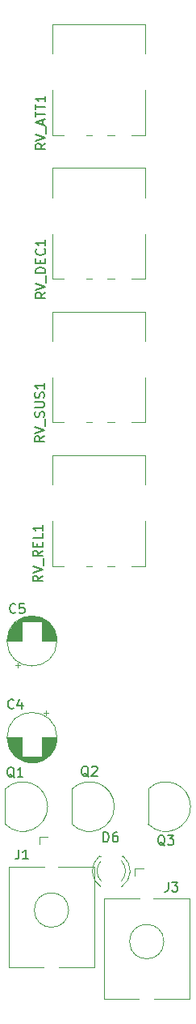
<source format=gbr>
%TF.GenerationSoftware,KiCad,Pcbnew,8.0.0*%
%TF.CreationDate,2024-08-25T22:12:22-07:00*%
%TF.ProjectId,adsr,61647372-2e6b-4696-9361-645f70636258,rev?*%
%TF.SameCoordinates,Original*%
%TF.FileFunction,Legend,Top*%
%TF.FilePolarity,Positive*%
%FSLAX46Y46*%
G04 Gerber Fmt 4.6, Leading zero omitted, Abs format (unit mm)*
G04 Created by KiCad (PCBNEW 8.0.0) date 2024-08-25 22:12:22*
%MOMM*%
%LPD*%
G01*
G04 APERTURE LIST*
%ADD10C,0.150000*%
%ADD11C,0.120000*%
G04 APERTURE END LIST*
D10*
X107266666Y-137154819D02*
X107266666Y-137869104D01*
X107266666Y-137869104D02*
X107219047Y-138011961D01*
X107219047Y-138011961D02*
X107123809Y-138107200D01*
X107123809Y-138107200D02*
X106980952Y-138154819D01*
X106980952Y-138154819D02*
X106885714Y-138154819D01*
X107647619Y-137154819D02*
X108266666Y-137154819D01*
X108266666Y-137154819D02*
X107933333Y-137535771D01*
X107933333Y-137535771D02*
X108076190Y-137535771D01*
X108076190Y-137535771D02*
X108171428Y-137583390D01*
X108171428Y-137583390D02*
X108219047Y-137631009D01*
X108219047Y-137631009D02*
X108266666Y-137726247D01*
X108266666Y-137726247D02*
X108266666Y-137964342D01*
X108266666Y-137964342D02*
X108219047Y-138059580D01*
X108219047Y-138059580D02*
X108171428Y-138107200D01*
X108171428Y-138107200D02*
X108076190Y-138154819D01*
X108076190Y-138154819D02*
X107790476Y-138154819D01*
X107790476Y-138154819D02*
X107695238Y-138107200D01*
X107695238Y-138107200D02*
X107647619Y-138059580D01*
X106904761Y-133350057D02*
X106809523Y-133302438D01*
X106809523Y-133302438D02*
X106714285Y-133207200D01*
X106714285Y-133207200D02*
X106571428Y-133064342D01*
X106571428Y-133064342D02*
X106476190Y-133016723D01*
X106476190Y-133016723D02*
X106380952Y-133016723D01*
X106428571Y-133254819D02*
X106333333Y-133207200D01*
X106333333Y-133207200D02*
X106238095Y-133111961D01*
X106238095Y-133111961D02*
X106190476Y-132921485D01*
X106190476Y-132921485D02*
X106190476Y-132588152D01*
X106190476Y-132588152D02*
X106238095Y-132397676D01*
X106238095Y-132397676D02*
X106333333Y-132302438D01*
X106333333Y-132302438D02*
X106428571Y-132254819D01*
X106428571Y-132254819D02*
X106619047Y-132254819D01*
X106619047Y-132254819D02*
X106714285Y-132302438D01*
X106714285Y-132302438D02*
X106809523Y-132397676D01*
X106809523Y-132397676D02*
X106857142Y-132588152D01*
X106857142Y-132588152D02*
X106857142Y-132921485D01*
X106857142Y-132921485D02*
X106809523Y-133111961D01*
X106809523Y-133111961D02*
X106714285Y-133207200D01*
X106714285Y-133207200D02*
X106619047Y-133254819D01*
X106619047Y-133254819D02*
X106428571Y-133254819D01*
X107190476Y-132254819D02*
X107809523Y-132254819D01*
X107809523Y-132254819D02*
X107476190Y-132635771D01*
X107476190Y-132635771D02*
X107619047Y-132635771D01*
X107619047Y-132635771D02*
X107714285Y-132683390D01*
X107714285Y-132683390D02*
X107761904Y-132731009D01*
X107761904Y-132731009D02*
X107809523Y-132826247D01*
X107809523Y-132826247D02*
X107809523Y-133064342D01*
X107809523Y-133064342D02*
X107761904Y-133159580D01*
X107761904Y-133159580D02*
X107714285Y-133207200D01*
X107714285Y-133207200D02*
X107619047Y-133254819D01*
X107619047Y-133254819D02*
X107333333Y-133254819D01*
X107333333Y-133254819D02*
X107238095Y-133207200D01*
X107238095Y-133207200D02*
X107190476Y-133159580D01*
X94054819Y-105133333D02*
X93578628Y-105466666D01*
X94054819Y-105704761D02*
X93054819Y-105704761D01*
X93054819Y-105704761D02*
X93054819Y-105323809D01*
X93054819Y-105323809D02*
X93102438Y-105228571D01*
X93102438Y-105228571D02*
X93150057Y-105180952D01*
X93150057Y-105180952D02*
X93245295Y-105133333D01*
X93245295Y-105133333D02*
X93388152Y-105133333D01*
X93388152Y-105133333D02*
X93483390Y-105180952D01*
X93483390Y-105180952D02*
X93531009Y-105228571D01*
X93531009Y-105228571D02*
X93578628Y-105323809D01*
X93578628Y-105323809D02*
X93578628Y-105704761D01*
X93054819Y-104847618D02*
X94054819Y-104514285D01*
X94054819Y-104514285D02*
X93054819Y-104180952D01*
X94150057Y-104085714D02*
X94150057Y-103323809D01*
X94054819Y-102514285D02*
X93578628Y-102847618D01*
X94054819Y-103085713D02*
X93054819Y-103085713D01*
X93054819Y-103085713D02*
X93054819Y-102704761D01*
X93054819Y-102704761D02*
X93102438Y-102609523D01*
X93102438Y-102609523D02*
X93150057Y-102561904D01*
X93150057Y-102561904D02*
X93245295Y-102514285D01*
X93245295Y-102514285D02*
X93388152Y-102514285D01*
X93388152Y-102514285D02*
X93483390Y-102561904D01*
X93483390Y-102561904D02*
X93531009Y-102609523D01*
X93531009Y-102609523D02*
X93578628Y-102704761D01*
X93578628Y-102704761D02*
X93578628Y-103085713D01*
X93531009Y-102085713D02*
X93531009Y-101752380D01*
X94054819Y-101609523D02*
X94054819Y-102085713D01*
X94054819Y-102085713D02*
X93054819Y-102085713D01*
X93054819Y-102085713D02*
X93054819Y-101609523D01*
X94054819Y-100704761D02*
X94054819Y-101180951D01*
X94054819Y-101180951D02*
X93054819Y-101180951D01*
X94054819Y-99847618D02*
X94054819Y-100419046D01*
X94054819Y-100133332D02*
X93054819Y-100133332D01*
X93054819Y-100133332D02*
X93197676Y-100228570D01*
X93197676Y-100228570D02*
X93292914Y-100323808D01*
X93292914Y-100323808D02*
X93340533Y-100419046D01*
X94254819Y-90552381D02*
X93778628Y-90885714D01*
X94254819Y-91123809D02*
X93254819Y-91123809D01*
X93254819Y-91123809D02*
X93254819Y-90742857D01*
X93254819Y-90742857D02*
X93302438Y-90647619D01*
X93302438Y-90647619D02*
X93350057Y-90600000D01*
X93350057Y-90600000D02*
X93445295Y-90552381D01*
X93445295Y-90552381D02*
X93588152Y-90552381D01*
X93588152Y-90552381D02*
X93683390Y-90600000D01*
X93683390Y-90600000D02*
X93731009Y-90647619D01*
X93731009Y-90647619D02*
X93778628Y-90742857D01*
X93778628Y-90742857D02*
X93778628Y-91123809D01*
X93254819Y-90266666D02*
X94254819Y-89933333D01*
X94254819Y-89933333D02*
X93254819Y-89600000D01*
X94350057Y-89504762D02*
X94350057Y-88742857D01*
X94207200Y-88552380D02*
X94254819Y-88409523D01*
X94254819Y-88409523D02*
X94254819Y-88171428D01*
X94254819Y-88171428D02*
X94207200Y-88076190D01*
X94207200Y-88076190D02*
X94159580Y-88028571D01*
X94159580Y-88028571D02*
X94064342Y-87980952D01*
X94064342Y-87980952D02*
X93969104Y-87980952D01*
X93969104Y-87980952D02*
X93873866Y-88028571D01*
X93873866Y-88028571D02*
X93826247Y-88076190D01*
X93826247Y-88076190D02*
X93778628Y-88171428D01*
X93778628Y-88171428D02*
X93731009Y-88361904D01*
X93731009Y-88361904D02*
X93683390Y-88457142D01*
X93683390Y-88457142D02*
X93635771Y-88504761D01*
X93635771Y-88504761D02*
X93540533Y-88552380D01*
X93540533Y-88552380D02*
X93445295Y-88552380D01*
X93445295Y-88552380D02*
X93350057Y-88504761D01*
X93350057Y-88504761D02*
X93302438Y-88457142D01*
X93302438Y-88457142D02*
X93254819Y-88361904D01*
X93254819Y-88361904D02*
X93254819Y-88123809D01*
X93254819Y-88123809D02*
X93302438Y-87980952D01*
X93254819Y-87552380D02*
X94064342Y-87552380D01*
X94064342Y-87552380D02*
X94159580Y-87504761D01*
X94159580Y-87504761D02*
X94207200Y-87457142D01*
X94207200Y-87457142D02*
X94254819Y-87361904D01*
X94254819Y-87361904D02*
X94254819Y-87171428D01*
X94254819Y-87171428D02*
X94207200Y-87076190D01*
X94207200Y-87076190D02*
X94159580Y-87028571D01*
X94159580Y-87028571D02*
X94064342Y-86980952D01*
X94064342Y-86980952D02*
X93254819Y-86980952D01*
X94207200Y-86552380D02*
X94254819Y-86409523D01*
X94254819Y-86409523D02*
X94254819Y-86171428D01*
X94254819Y-86171428D02*
X94207200Y-86076190D01*
X94207200Y-86076190D02*
X94159580Y-86028571D01*
X94159580Y-86028571D02*
X94064342Y-85980952D01*
X94064342Y-85980952D02*
X93969104Y-85980952D01*
X93969104Y-85980952D02*
X93873866Y-86028571D01*
X93873866Y-86028571D02*
X93826247Y-86076190D01*
X93826247Y-86076190D02*
X93778628Y-86171428D01*
X93778628Y-86171428D02*
X93731009Y-86361904D01*
X93731009Y-86361904D02*
X93683390Y-86457142D01*
X93683390Y-86457142D02*
X93635771Y-86504761D01*
X93635771Y-86504761D02*
X93540533Y-86552380D01*
X93540533Y-86552380D02*
X93445295Y-86552380D01*
X93445295Y-86552380D02*
X93350057Y-86504761D01*
X93350057Y-86504761D02*
X93302438Y-86457142D01*
X93302438Y-86457142D02*
X93254819Y-86361904D01*
X93254819Y-86361904D02*
X93254819Y-86123809D01*
X93254819Y-86123809D02*
X93302438Y-85980952D01*
X94254819Y-85028571D02*
X94254819Y-85599999D01*
X94254819Y-85314285D02*
X93254819Y-85314285D01*
X93254819Y-85314285D02*
X93397676Y-85409523D01*
X93397676Y-85409523D02*
X93492914Y-85504761D01*
X93492914Y-85504761D02*
X93540533Y-85599999D01*
X91233333Y-108959580D02*
X91185714Y-109007200D01*
X91185714Y-109007200D02*
X91042857Y-109054819D01*
X91042857Y-109054819D02*
X90947619Y-109054819D01*
X90947619Y-109054819D02*
X90804762Y-109007200D01*
X90804762Y-109007200D02*
X90709524Y-108911961D01*
X90709524Y-108911961D02*
X90661905Y-108816723D01*
X90661905Y-108816723D02*
X90614286Y-108626247D01*
X90614286Y-108626247D02*
X90614286Y-108483390D01*
X90614286Y-108483390D02*
X90661905Y-108292914D01*
X90661905Y-108292914D02*
X90709524Y-108197676D01*
X90709524Y-108197676D02*
X90804762Y-108102438D01*
X90804762Y-108102438D02*
X90947619Y-108054819D01*
X90947619Y-108054819D02*
X91042857Y-108054819D01*
X91042857Y-108054819D02*
X91185714Y-108102438D01*
X91185714Y-108102438D02*
X91233333Y-108150057D01*
X92138095Y-108054819D02*
X91661905Y-108054819D01*
X91661905Y-108054819D02*
X91614286Y-108531009D01*
X91614286Y-108531009D02*
X91661905Y-108483390D01*
X91661905Y-108483390D02*
X91757143Y-108435771D01*
X91757143Y-108435771D02*
X91995238Y-108435771D01*
X91995238Y-108435771D02*
X92090476Y-108483390D01*
X92090476Y-108483390D02*
X92138095Y-108531009D01*
X92138095Y-108531009D02*
X92185714Y-108626247D01*
X92185714Y-108626247D02*
X92185714Y-108864342D01*
X92185714Y-108864342D02*
X92138095Y-108959580D01*
X92138095Y-108959580D02*
X92090476Y-109007200D01*
X92090476Y-109007200D02*
X91995238Y-109054819D01*
X91995238Y-109054819D02*
X91757143Y-109054819D01*
X91757143Y-109054819D02*
X91661905Y-109007200D01*
X91661905Y-109007200D02*
X91614286Y-108959580D01*
X100461906Y-132954818D02*
X100461906Y-131954818D01*
X100461906Y-131954818D02*
X100700001Y-131954818D01*
X100700001Y-131954818D02*
X100842858Y-132002437D01*
X100842858Y-132002437D02*
X100938096Y-132097675D01*
X100938096Y-132097675D02*
X100985715Y-132192913D01*
X100985715Y-132192913D02*
X101033334Y-132383389D01*
X101033334Y-132383389D02*
X101033334Y-132526246D01*
X101033334Y-132526246D02*
X100985715Y-132716722D01*
X100985715Y-132716722D02*
X100938096Y-132811960D01*
X100938096Y-132811960D02*
X100842858Y-132907199D01*
X100842858Y-132907199D02*
X100700001Y-132954818D01*
X100700001Y-132954818D02*
X100461906Y-132954818D01*
X101890477Y-131954818D02*
X101700001Y-131954818D01*
X101700001Y-131954818D02*
X101604763Y-132002437D01*
X101604763Y-132002437D02*
X101557144Y-132050056D01*
X101557144Y-132050056D02*
X101461906Y-132192913D01*
X101461906Y-132192913D02*
X101414287Y-132383389D01*
X101414287Y-132383389D02*
X101414287Y-132764341D01*
X101414287Y-132764341D02*
X101461906Y-132859579D01*
X101461906Y-132859579D02*
X101509525Y-132907199D01*
X101509525Y-132907199D02*
X101604763Y-132954818D01*
X101604763Y-132954818D02*
X101795239Y-132954818D01*
X101795239Y-132954818D02*
X101890477Y-132907199D01*
X101890477Y-132907199D02*
X101938096Y-132859579D01*
X101938096Y-132859579D02*
X101985715Y-132764341D01*
X101985715Y-132764341D02*
X101985715Y-132526246D01*
X101985715Y-132526246D02*
X101938096Y-132431008D01*
X101938096Y-132431008D02*
X101890477Y-132383389D01*
X101890477Y-132383389D02*
X101795239Y-132335770D01*
X101795239Y-132335770D02*
X101604763Y-132335770D01*
X101604763Y-132335770D02*
X101509525Y-132383389D01*
X101509525Y-132383389D02*
X101461906Y-132431008D01*
X101461906Y-132431008D02*
X101414287Y-132526246D01*
X91033334Y-118959579D02*
X90985715Y-119007199D01*
X90985715Y-119007199D02*
X90842858Y-119054818D01*
X90842858Y-119054818D02*
X90747620Y-119054818D01*
X90747620Y-119054818D02*
X90604763Y-119007199D01*
X90604763Y-119007199D02*
X90509525Y-118911960D01*
X90509525Y-118911960D02*
X90461906Y-118816722D01*
X90461906Y-118816722D02*
X90414287Y-118626246D01*
X90414287Y-118626246D02*
X90414287Y-118483389D01*
X90414287Y-118483389D02*
X90461906Y-118292913D01*
X90461906Y-118292913D02*
X90509525Y-118197675D01*
X90509525Y-118197675D02*
X90604763Y-118102437D01*
X90604763Y-118102437D02*
X90747620Y-118054818D01*
X90747620Y-118054818D02*
X90842858Y-118054818D01*
X90842858Y-118054818D02*
X90985715Y-118102437D01*
X90985715Y-118102437D02*
X91033334Y-118150056D01*
X91890477Y-118388151D02*
X91890477Y-119054818D01*
X91652382Y-118007199D02*
X91414287Y-118721484D01*
X91414287Y-118721484D02*
X92033334Y-118721484D01*
X94354819Y-75528571D02*
X93878628Y-75861904D01*
X94354819Y-76099999D02*
X93354819Y-76099999D01*
X93354819Y-76099999D02*
X93354819Y-75719047D01*
X93354819Y-75719047D02*
X93402438Y-75623809D01*
X93402438Y-75623809D02*
X93450057Y-75576190D01*
X93450057Y-75576190D02*
X93545295Y-75528571D01*
X93545295Y-75528571D02*
X93688152Y-75528571D01*
X93688152Y-75528571D02*
X93783390Y-75576190D01*
X93783390Y-75576190D02*
X93831009Y-75623809D01*
X93831009Y-75623809D02*
X93878628Y-75719047D01*
X93878628Y-75719047D02*
X93878628Y-76099999D01*
X93354819Y-75242856D02*
X94354819Y-74909523D01*
X94354819Y-74909523D02*
X93354819Y-74576190D01*
X94450057Y-74480952D02*
X94450057Y-73719047D01*
X94354819Y-73480951D02*
X93354819Y-73480951D01*
X93354819Y-73480951D02*
X93354819Y-73242856D01*
X93354819Y-73242856D02*
X93402438Y-73099999D01*
X93402438Y-73099999D02*
X93497676Y-73004761D01*
X93497676Y-73004761D02*
X93592914Y-72957142D01*
X93592914Y-72957142D02*
X93783390Y-72909523D01*
X93783390Y-72909523D02*
X93926247Y-72909523D01*
X93926247Y-72909523D02*
X94116723Y-72957142D01*
X94116723Y-72957142D02*
X94211961Y-73004761D01*
X94211961Y-73004761D02*
X94307200Y-73099999D01*
X94307200Y-73099999D02*
X94354819Y-73242856D01*
X94354819Y-73242856D02*
X94354819Y-73480951D01*
X93831009Y-72480951D02*
X93831009Y-72147618D01*
X94354819Y-72004761D02*
X94354819Y-72480951D01*
X94354819Y-72480951D02*
X93354819Y-72480951D01*
X93354819Y-72480951D02*
X93354819Y-72004761D01*
X94259580Y-71004761D02*
X94307200Y-71052380D01*
X94307200Y-71052380D02*
X94354819Y-71195237D01*
X94354819Y-71195237D02*
X94354819Y-71290475D01*
X94354819Y-71290475D02*
X94307200Y-71433332D01*
X94307200Y-71433332D02*
X94211961Y-71528570D01*
X94211961Y-71528570D02*
X94116723Y-71576189D01*
X94116723Y-71576189D02*
X93926247Y-71623808D01*
X93926247Y-71623808D02*
X93783390Y-71623808D01*
X93783390Y-71623808D02*
X93592914Y-71576189D01*
X93592914Y-71576189D02*
X93497676Y-71528570D01*
X93497676Y-71528570D02*
X93402438Y-71433332D01*
X93402438Y-71433332D02*
X93354819Y-71290475D01*
X93354819Y-71290475D02*
X93354819Y-71195237D01*
X93354819Y-71195237D02*
X93402438Y-71052380D01*
X93402438Y-71052380D02*
X93450057Y-71004761D01*
X94354819Y-70052380D02*
X94354819Y-70623808D01*
X94354819Y-70338094D02*
X93354819Y-70338094D01*
X93354819Y-70338094D02*
X93497676Y-70433332D01*
X93497676Y-70433332D02*
X93592914Y-70528570D01*
X93592914Y-70528570D02*
X93640533Y-70623808D01*
X98904761Y-126150057D02*
X98809523Y-126102438D01*
X98809523Y-126102438D02*
X98714285Y-126007200D01*
X98714285Y-126007200D02*
X98571428Y-125864342D01*
X98571428Y-125864342D02*
X98476190Y-125816723D01*
X98476190Y-125816723D02*
X98380952Y-125816723D01*
X98428571Y-126054819D02*
X98333333Y-126007200D01*
X98333333Y-126007200D02*
X98238095Y-125911961D01*
X98238095Y-125911961D02*
X98190476Y-125721485D01*
X98190476Y-125721485D02*
X98190476Y-125388152D01*
X98190476Y-125388152D02*
X98238095Y-125197676D01*
X98238095Y-125197676D02*
X98333333Y-125102438D01*
X98333333Y-125102438D02*
X98428571Y-125054819D01*
X98428571Y-125054819D02*
X98619047Y-125054819D01*
X98619047Y-125054819D02*
X98714285Y-125102438D01*
X98714285Y-125102438D02*
X98809523Y-125197676D01*
X98809523Y-125197676D02*
X98857142Y-125388152D01*
X98857142Y-125388152D02*
X98857142Y-125721485D01*
X98857142Y-125721485D02*
X98809523Y-125911961D01*
X98809523Y-125911961D02*
X98714285Y-126007200D01*
X98714285Y-126007200D02*
X98619047Y-126054819D01*
X98619047Y-126054819D02*
X98428571Y-126054819D01*
X99238095Y-125150057D02*
X99285714Y-125102438D01*
X99285714Y-125102438D02*
X99380952Y-125054819D01*
X99380952Y-125054819D02*
X99619047Y-125054819D01*
X99619047Y-125054819D02*
X99714285Y-125102438D01*
X99714285Y-125102438D02*
X99761904Y-125150057D01*
X99761904Y-125150057D02*
X99809523Y-125245295D01*
X99809523Y-125245295D02*
X99809523Y-125340533D01*
X99809523Y-125340533D02*
X99761904Y-125483390D01*
X99761904Y-125483390D02*
X99190476Y-126054819D01*
X99190476Y-126054819D02*
X99809523Y-126054819D01*
X91104761Y-126250057D02*
X91009523Y-126202438D01*
X91009523Y-126202438D02*
X90914285Y-126107200D01*
X90914285Y-126107200D02*
X90771428Y-125964342D01*
X90771428Y-125964342D02*
X90676190Y-125916723D01*
X90676190Y-125916723D02*
X90580952Y-125916723D01*
X90628571Y-126154819D02*
X90533333Y-126107200D01*
X90533333Y-126107200D02*
X90438095Y-126011961D01*
X90438095Y-126011961D02*
X90390476Y-125821485D01*
X90390476Y-125821485D02*
X90390476Y-125488152D01*
X90390476Y-125488152D02*
X90438095Y-125297676D01*
X90438095Y-125297676D02*
X90533333Y-125202438D01*
X90533333Y-125202438D02*
X90628571Y-125154819D01*
X90628571Y-125154819D02*
X90819047Y-125154819D01*
X90819047Y-125154819D02*
X90914285Y-125202438D01*
X90914285Y-125202438D02*
X91009523Y-125297676D01*
X91009523Y-125297676D02*
X91057142Y-125488152D01*
X91057142Y-125488152D02*
X91057142Y-125821485D01*
X91057142Y-125821485D02*
X91009523Y-126011961D01*
X91009523Y-126011961D02*
X90914285Y-126107200D01*
X90914285Y-126107200D02*
X90819047Y-126154819D01*
X90819047Y-126154819D02*
X90628571Y-126154819D01*
X92009523Y-126154819D02*
X91438095Y-126154819D01*
X91723809Y-126154819D02*
X91723809Y-125154819D01*
X91723809Y-125154819D02*
X91628571Y-125297676D01*
X91628571Y-125297676D02*
X91533333Y-125392914D01*
X91533333Y-125392914D02*
X91438095Y-125440533D01*
X91566666Y-133754819D02*
X91566666Y-134469104D01*
X91566666Y-134469104D02*
X91519047Y-134611961D01*
X91519047Y-134611961D02*
X91423809Y-134707200D01*
X91423809Y-134707200D02*
X91280952Y-134754819D01*
X91280952Y-134754819D02*
X91185714Y-134754819D01*
X92566666Y-134754819D02*
X91995238Y-134754819D01*
X92280952Y-134754819D02*
X92280952Y-133754819D01*
X92280952Y-133754819D02*
X92185714Y-133897676D01*
X92185714Y-133897676D02*
X92090476Y-133992914D01*
X92090476Y-133992914D02*
X91995238Y-134040533D01*
X94354819Y-59966667D02*
X93878628Y-60300000D01*
X94354819Y-60538095D02*
X93354819Y-60538095D01*
X93354819Y-60538095D02*
X93354819Y-60157143D01*
X93354819Y-60157143D02*
X93402438Y-60061905D01*
X93402438Y-60061905D02*
X93450057Y-60014286D01*
X93450057Y-60014286D02*
X93545295Y-59966667D01*
X93545295Y-59966667D02*
X93688152Y-59966667D01*
X93688152Y-59966667D02*
X93783390Y-60014286D01*
X93783390Y-60014286D02*
X93831009Y-60061905D01*
X93831009Y-60061905D02*
X93878628Y-60157143D01*
X93878628Y-60157143D02*
X93878628Y-60538095D01*
X93354819Y-59680952D02*
X94354819Y-59347619D01*
X94354819Y-59347619D02*
X93354819Y-59014286D01*
X94450057Y-58919048D02*
X94450057Y-58157143D01*
X94069104Y-57966666D02*
X94069104Y-57490476D01*
X94354819Y-58061904D02*
X93354819Y-57728571D01*
X93354819Y-57728571D02*
X94354819Y-57395238D01*
X93354819Y-57204761D02*
X93354819Y-56633333D01*
X94354819Y-56919047D02*
X93354819Y-56919047D01*
X93354819Y-56442856D02*
X93354819Y-55871428D01*
X94354819Y-56157142D02*
X93354819Y-56157142D01*
X94354819Y-55014285D02*
X94354819Y-55585713D01*
X94354819Y-55299999D02*
X93354819Y-55299999D01*
X93354819Y-55299999D02*
X93497676Y-55395237D01*
X93497676Y-55395237D02*
X93592914Y-55490475D01*
X93592914Y-55490475D02*
X93640533Y-55585713D01*
D11*
%TO.C,J3*%
X100500000Y-138880000D02*
X100500000Y-149380000D01*
X103770000Y-135730000D02*
X103770000Y-136530000D01*
X103770000Y-135730000D02*
X104630000Y-135730000D01*
X104200000Y-149380000D02*
X100500000Y-149380000D01*
X104280000Y-138880000D02*
X100500000Y-138880000D01*
X109500000Y-138880000D02*
X105720000Y-138880000D01*
X109500000Y-138880000D02*
X109500000Y-149380000D01*
X109500000Y-149380000D02*
X105800000Y-149380000D01*
X106800000Y-143380000D02*
G75*
G02*
X103200000Y-143380000I-1800000J0D01*
G01*
X103200000Y-143380000D02*
G75*
G02*
X106800000Y-143380000I1800000J0D01*
G01*
%TO.C,Q3*%
X105150000Y-127470000D02*
X105150000Y-131070000D01*
X105161522Y-127431522D02*
G75*
G02*
X109600000Y-129270000I1838478J-1838478D01*
G01*
X109600000Y-129270000D02*
G75*
G02*
X105161522Y-131108478I-2600000J0D01*
G01*
%TO.C,RV_REL1*%
X95120000Y-104120000D02*
X95120000Y-99400000D01*
X95130000Y-95590000D02*
X95130000Y-92530000D01*
X96310000Y-104120000D02*
X95130000Y-104120000D01*
X99210000Y-104120000D02*
X98680000Y-104120000D01*
X101660000Y-104120000D02*
X100830000Y-104120000D01*
X104870000Y-92530000D02*
X95130000Y-92530000D01*
X104870000Y-95590000D02*
X104870000Y-92530000D01*
X104870000Y-104120000D02*
X103380000Y-104120000D01*
X104870000Y-104120000D02*
X104870000Y-99400000D01*
%TO.C,RV_SUS1*%
X95120000Y-89120000D02*
X95120000Y-84400000D01*
X95130000Y-80590000D02*
X95130000Y-77530000D01*
X96310000Y-89120000D02*
X95130000Y-89120000D01*
X99210000Y-89120000D02*
X98680000Y-89120000D01*
X101660000Y-89120000D02*
X100830000Y-89120000D01*
X104870000Y-77530000D02*
X95130000Y-77530000D01*
X104870000Y-80590000D02*
X104870000Y-77530000D01*
X104870000Y-89120000D02*
X103380000Y-89120000D01*
X104870000Y-89120000D02*
X104870000Y-84400000D01*
%TO.C,C5*%
X90375112Y-111915112D02*
X91915112Y-111915112D01*
X90375112Y-111955112D02*
X91915112Y-111955112D01*
X90376112Y-111875112D02*
X91915112Y-111875112D01*
X90377112Y-111835112D02*
X91915112Y-111835112D01*
X90379112Y-111795112D02*
X91915112Y-111795112D01*
X90382112Y-111755112D02*
X91915112Y-111755112D01*
X90386112Y-111715112D02*
X91915112Y-111715112D01*
X90390112Y-111675112D02*
X91915112Y-111675112D01*
X90394112Y-111635112D02*
X91915112Y-111635112D01*
X90399112Y-111595112D02*
X91915112Y-111595112D01*
X90405112Y-111555112D02*
X91915112Y-111555112D01*
X90412112Y-111515112D02*
X91915112Y-111515112D01*
X90419112Y-111475112D02*
X91915112Y-111475112D01*
X90427112Y-111435112D02*
X91915112Y-111435112D01*
X90435112Y-111395112D02*
X91915112Y-111395112D01*
X90444112Y-111355112D02*
X91915112Y-111355112D01*
X90454112Y-111315112D02*
X91915112Y-111315112D01*
X90464112Y-111275112D02*
X91915112Y-111275112D01*
X90475112Y-111234112D02*
X91915112Y-111234112D01*
X90487112Y-111194112D02*
X91915112Y-111194112D01*
X90500112Y-111154112D02*
X91915112Y-111154112D01*
X90513112Y-111114112D02*
X91915112Y-111114112D01*
X90527112Y-111074112D02*
X91915112Y-111074112D01*
X90541112Y-111034112D02*
X91915112Y-111034112D01*
X90557112Y-110994112D02*
X91915112Y-110994112D01*
X90573112Y-110954112D02*
X91915112Y-110954112D01*
X90590112Y-110914112D02*
X91915112Y-110914112D01*
X90607112Y-110874112D02*
X91915112Y-110874112D01*
X90626112Y-110834112D02*
X91915112Y-110834112D01*
X90645112Y-110794112D02*
X91915112Y-110794112D01*
X90665112Y-110754112D02*
X91915112Y-110754112D01*
X90687112Y-110714112D02*
X91915112Y-110714112D01*
X90708112Y-110674112D02*
X91915112Y-110674112D01*
X90731112Y-110634112D02*
X91915112Y-110634112D01*
X90755112Y-110594112D02*
X91915112Y-110594112D01*
X90780112Y-110554112D02*
X91915112Y-110554112D01*
X90806112Y-110514112D02*
X91915112Y-110514112D01*
X90833112Y-110474112D02*
X91915112Y-110474112D01*
X90860112Y-110434112D02*
X91915112Y-110434112D01*
X90890112Y-110394112D02*
X91915112Y-110394112D01*
X90920112Y-110354112D02*
X91915112Y-110354112D01*
X90951112Y-110314112D02*
X91915112Y-110314112D01*
X90984112Y-110274112D02*
X91915112Y-110274112D01*
X91018112Y-110234112D02*
X91915112Y-110234112D01*
X91054112Y-110194112D02*
X91915112Y-110194112D01*
X91091112Y-110154112D02*
X91915112Y-110154112D01*
X91129112Y-110114112D02*
X91915112Y-110114112D01*
X91170112Y-110074112D02*
X91915112Y-110074112D01*
X91212112Y-110034112D02*
X91915112Y-110034112D01*
X91230112Y-114509887D02*
X91730112Y-114509887D01*
X91256112Y-109994112D02*
X91915112Y-109994112D01*
X91302112Y-109954112D02*
X91915112Y-109954112D01*
X91350112Y-109914112D02*
X94560112Y-109914112D01*
X91401112Y-109874112D02*
X94509112Y-109874112D01*
X91455112Y-109834112D02*
X94455112Y-109834112D01*
X91480112Y-114759887D02*
X91480112Y-114259887D01*
X91512112Y-109794112D02*
X94398112Y-109794112D01*
X91572112Y-109754112D02*
X94338112Y-109754112D01*
X91636112Y-109714112D02*
X94274112Y-109714112D01*
X91704112Y-109674112D02*
X94206112Y-109674112D01*
X91777112Y-109634112D02*
X94133112Y-109634112D01*
X91857112Y-109594112D02*
X94053112Y-109594112D01*
X91944112Y-109554112D02*
X93966112Y-109554112D01*
X92040112Y-109514112D02*
X93870112Y-109514112D01*
X92150112Y-109474112D02*
X93760112Y-109474112D01*
X92278112Y-109434112D02*
X93632112Y-109434112D01*
X92437112Y-109394112D02*
X93473112Y-109394112D01*
X92671112Y-109354112D02*
X93239112Y-109354112D01*
X93995112Y-109954112D02*
X94608112Y-109954112D01*
X93995112Y-109994112D02*
X94654112Y-109994112D01*
X93995112Y-110034112D02*
X94698112Y-110034112D01*
X93995112Y-110074112D02*
X94740112Y-110074112D01*
X93995112Y-110114112D02*
X94781112Y-110114112D01*
X93995112Y-110154112D02*
X94819112Y-110154112D01*
X93995112Y-110194112D02*
X94856112Y-110194112D01*
X93995112Y-110234112D02*
X94892112Y-110234112D01*
X93995112Y-110274112D02*
X94926112Y-110274112D01*
X93995112Y-110314112D02*
X94959112Y-110314112D01*
X93995112Y-110354112D02*
X94990112Y-110354112D01*
X93995112Y-110394112D02*
X95020112Y-110394112D01*
X93995112Y-110434112D02*
X95050112Y-110434112D01*
X93995112Y-110474112D02*
X95077112Y-110474112D01*
X93995112Y-110514112D02*
X95104112Y-110514112D01*
X93995112Y-110554112D02*
X95130112Y-110554112D01*
X93995112Y-110594112D02*
X95155112Y-110594112D01*
X93995112Y-110634112D02*
X95179112Y-110634112D01*
X93995112Y-110674112D02*
X95202112Y-110674112D01*
X93995112Y-110714112D02*
X95223112Y-110714112D01*
X93995112Y-110754112D02*
X95245112Y-110754112D01*
X93995112Y-110794112D02*
X95265112Y-110794112D01*
X93995112Y-110834112D02*
X95284112Y-110834112D01*
X93995112Y-110874112D02*
X95303112Y-110874112D01*
X93995112Y-110914112D02*
X95320112Y-110914112D01*
X93995112Y-110954112D02*
X95337112Y-110954112D01*
X93995112Y-110994112D02*
X95353112Y-110994112D01*
X93995112Y-111034112D02*
X95369112Y-111034112D01*
X93995112Y-111074112D02*
X95383112Y-111074112D01*
X93995112Y-111114112D02*
X95397112Y-111114112D01*
X93995112Y-111154112D02*
X95410112Y-111154112D01*
X93995112Y-111194112D02*
X95423112Y-111194112D01*
X93995112Y-111234112D02*
X95435112Y-111234112D01*
X93995112Y-111275112D02*
X95446112Y-111275112D01*
X93995112Y-111315112D02*
X95456112Y-111315112D01*
X93995112Y-111355112D02*
X95466112Y-111355112D01*
X93995112Y-111395112D02*
X95475112Y-111395112D01*
X93995112Y-111435112D02*
X95483112Y-111435112D01*
X93995112Y-111475112D02*
X95491112Y-111475112D01*
X93995112Y-111515112D02*
X95498112Y-111515112D01*
X93995112Y-111555112D02*
X95505112Y-111555112D01*
X93995112Y-111595112D02*
X95511112Y-111595112D01*
X93995112Y-111635112D02*
X95516112Y-111635112D01*
X93995112Y-111675112D02*
X95520112Y-111675112D01*
X93995112Y-111715112D02*
X95524112Y-111715112D01*
X93995112Y-111755112D02*
X95528112Y-111755112D01*
X93995112Y-111795112D02*
X95531112Y-111795112D01*
X93995112Y-111835112D02*
X95533112Y-111835112D01*
X93995112Y-111875112D02*
X95534112Y-111875112D01*
X93995112Y-111915112D02*
X95535112Y-111915112D01*
X93995112Y-111955112D02*
X95535112Y-111955112D01*
X95575112Y-111955112D02*
G75*
G02*
X90335112Y-111955112I-2620000J0D01*
G01*
X90335112Y-111955112D02*
G75*
G02*
X95575112Y-111955112I2620000J0D01*
G01*
%TO.C,D6*%
X100195000Y-134435000D02*
X100039000Y-134435000D01*
X102511000Y-134435000D02*
X102355000Y-134435000D01*
X100195164Y-137036129D02*
G75*
G02*
X100195001Y-134954040I1079836J1041129D01*
G01*
X100196392Y-137667334D02*
G75*
G02*
X100039485Y-134435001I1078608J1672334D01*
G01*
X102354999Y-134954040D02*
G75*
G02*
X102354836Y-137036129I-1079999J-1040960D01*
G01*
X102510515Y-134435001D02*
G75*
G02*
X102353608Y-137667334I-1235515J-1559999D01*
G01*
%TO.C,C4*%
X91915112Y-122044886D02*
X90375112Y-122044886D01*
X91915112Y-122084886D02*
X90375112Y-122084886D01*
X91915112Y-122124886D02*
X90376112Y-122124886D01*
X91915112Y-122164886D02*
X90377112Y-122164886D01*
X91915112Y-122204886D02*
X90379112Y-122204886D01*
X91915112Y-122244886D02*
X90382112Y-122244886D01*
X91915112Y-122284886D02*
X90386112Y-122284886D01*
X91915112Y-122324886D02*
X90390112Y-122324886D01*
X91915112Y-122364886D02*
X90394112Y-122364886D01*
X91915112Y-122404886D02*
X90399112Y-122404886D01*
X91915112Y-122444886D02*
X90405112Y-122444886D01*
X91915112Y-122484886D02*
X90412112Y-122484886D01*
X91915112Y-122524886D02*
X90419112Y-122524886D01*
X91915112Y-122564886D02*
X90427112Y-122564886D01*
X91915112Y-122604886D02*
X90435112Y-122604886D01*
X91915112Y-122644886D02*
X90444112Y-122644886D01*
X91915112Y-122684886D02*
X90454112Y-122684886D01*
X91915112Y-122724886D02*
X90464112Y-122724886D01*
X91915112Y-122765886D02*
X90475112Y-122765886D01*
X91915112Y-122805886D02*
X90487112Y-122805886D01*
X91915112Y-122845886D02*
X90500112Y-122845886D01*
X91915112Y-122885886D02*
X90513112Y-122885886D01*
X91915112Y-122925886D02*
X90527112Y-122925886D01*
X91915112Y-122965886D02*
X90541112Y-122965886D01*
X91915112Y-123005886D02*
X90557112Y-123005886D01*
X91915112Y-123045886D02*
X90573112Y-123045886D01*
X91915112Y-123085886D02*
X90590112Y-123085886D01*
X91915112Y-123125886D02*
X90607112Y-123125886D01*
X91915112Y-123165886D02*
X90626112Y-123165886D01*
X91915112Y-123205886D02*
X90645112Y-123205886D01*
X91915112Y-123245886D02*
X90665112Y-123245886D01*
X91915112Y-123285886D02*
X90687112Y-123285886D01*
X91915112Y-123325886D02*
X90708112Y-123325886D01*
X91915112Y-123365886D02*
X90731112Y-123365886D01*
X91915112Y-123405886D02*
X90755112Y-123405886D01*
X91915112Y-123445886D02*
X90780112Y-123445886D01*
X91915112Y-123485886D02*
X90806112Y-123485886D01*
X91915112Y-123525886D02*
X90833112Y-123525886D01*
X91915112Y-123565886D02*
X90860112Y-123565886D01*
X91915112Y-123605886D02*
X90890112Y-123605886D01*
X91915112Y-123645886D02*
X90920112Y-123645886D01*
X91915112Y-123685886D02*
X90951112Y-123685886D01*
X91915112Y-123725886D02*
X90984112Y-123725886D01*
X91915112Y-123765886D02*
X91018112Y-123765886D01*
X91915112Y-123805886D02*
X91054112Y-123805886D01*
X91915112Y-123845886D02*
X91091112Y-123845886D01*
X91915112Y-123885886D02*
X91129112Y-123885886D01*
X91915112Y-123925886D02*
X91170112Y-123925886D01*
X91915112Y-123965886D02*
X91212112Y-123965886D01*
X91915112Y-124005886D02*
X91256112Y-124005886D01*
X91915112Y-124045886D02*
X91302112Y-124045886D01*
X93239112Y-124645886D02*
X92671112Y-124645886D01*
X93473112Y-124605886D02*
X92437112Y-124605886D01*
X93632112Y-124565886D02*
X92278112Y-124565886D01*
X93760112Y-124525886D02*
X92150112Y-124525886D01*
X93870112Y-124485886D02*
X92040112Y-124485886D01*
X93966112Y-124445886D02*
X91944112Y-124445886D01*
X94053112Y-124405886D02*
X91857112Y-124405886D01*
X94133112Y-124365886D02*
X91777112Y-124365886D01*
X94206112Y-124325886D02*
X91704112Y-124325886D01*
X94274112Y-124285886D02*
X91636112Y-124285886D01*
X94338112Y-124245886D02*
X91572112Y-124245886D01*
X94398112Y-124205886D02*
X91512112Y-124205886D01*
X94430112Y-119240111D02*
X94430112Y-119740111D01*
X94455112Y-124165886D02*
X91455112Y-124165886D01*
X94509112Y-124125886D02*
X91401112Y-124125886D01*
X94560112Y-124085886D02*
X91350112Y-124085886D01*
X94608112Y-124045886D02*
X93995112Y-124045886D01*
X94654112Y-124005886D02*
X93995112Y-124005886D01*
X94680112Y-119490111D02*
X94180112Y-119490111D01*
X94698112Y-123965886D02*
X93995112Y-123965886D01*
X94740112Y-123925886D02*
X93995112Y-123925886D01*
X94781112Y-123885886D02*
X93995112Y-123885886D01*
X94819112Y-123845886D02*
X93995112Y-123845886D01*
X94856112Y-123805886D02*
X93995112Y-123805886D01*
X94892112Y-123765886D02*
X93995112Y-123765886D01*
X94926112Y-123725886D02*
X93995112Y-123725886D01*
X94959112Y-123685886D02*
X93995112Y-123685886D01*
X94990112Y-123645886D02*
X93995112Y-123645886D01*
X95020112Y-123605886D02*
X93995112Y-123605886D01*
X95050112Y-123565886D02*
X93995112Y-123565886D01*
X95077112Y-123525886D02*
X93995112Y-123525886D01*
X95104112Y-123485886D02*
X93995112Y-123485886D01*
X95130112Y-123445886D02*
X93995112Y-123445886D01*
X95155112Y-123405886D02*
X93995112Y-123405886D01*
X95179112Y-123365886D02*
X93995112Y-123365886D01*
X95202112Y-123325886D02*
X93995112Y-123325886D01*
X95223112Y-123285886D02*
X93995112Y-123285886D01*
X95245112Y-123245886D02*
X93995112Y-123245886D01*
X95265112Y-123205886D02*
X93995112Y-123205886D01*
X95284112Y-123165886D02*
X93995112Y-123165886D01*
X95303112Y-123125886D02*
X93995112Y-123125886D01*
X95320112Y-123085886D02*
X93995112Y-123085886D01*
X95337112Y-123045886D02*
X93995112Y-123045886D01*
X95353112Y-123005886D02*
X93995112Y-123005886D01*
X95369112Y-122965886D02*
X93995112Y-122965886D01*
X95383112Y-122925886D02*
X93995112Y-122925886D01*
X95397112Y-122885886D02*
X93995112Y-122885886D01*
X95410112Y-122845886D02*
X93995112Y-122845886D01*
X95423112Y-122805886D02*
X93995112Y-122805886D01*
X95435112Y-122765886D02*
X93995112Y-122765886D01*
X95446112Y-122724886D02*
X93995112Y-122724886D01*
X95456112Y-122684886D02*
X93995112Y-122684886D01*
X95466112Y-122644886D02*
X93995112Y-122644886D01*
X95475112Y-122604886D02*
X93995112Y-122604886D01*
X95483112Y-122564886D02*
X93995112Y-122564886D01*
X95491112Y-122524886D02*
X93995112Y-122524886D01*
X95498112Y-122484886D02*
X93995112Y-122484886D01*
X95505112Y-122444886D02*
X93995112Y-122444886D01*
X95511112Y-122404886D02*
X93995112Y-122404886D01*
X95516112Y-122364886D02*
X93995112Y-122364886D01*
X95520112Y-122324886D02*
X93995112Y-122324886D01*
X95524112Y-122284886D02*
X93995112Y-122284886D01*
X95528112Y-122244886D02*
X93995112Y-122244886D01*
X95531112Y-122204886D02*
X93995112Y-122204886D01*
X95533112Y-122164886D02*
X93995112Y-122164886D01*
X95534112Y-122124886D02*
X93995112Y-122124886D01*
X95535112Y-122044886D02*
X93995112Y-122044886D01*
X95535112Y-122084886D02*
X93995112Y-122084886D01*
X95575112Y-122044886D02*
G75*
G02*
X90335112Y-122044886I-2620000J0D01*
G01*
X90335112Y-122044886D02*
G75*
G02*
X95575112Y-122044886I2620000J0D01*
G01*
%TO.C,RV_DEC1*%
X95120000Y-74120000D02*
X95120000Y-69400000D01*
X95130000Y-65590000D02*
X95130000Y-62530000D01*
X96310000Y-74120000D02*
X95130000Y-74120000D01*
X99210000Y-74120000D02*
X98680000Y-74120000D01*
X101660000Y-74120000D02*
X100830000Y-74120000D01*
X104870000Y-62530000D02*
X95130000Y-62530000D01*
X104870000Y-65590000D02*
X104870000Y-62530000D01*
X104870000Y-74120000D02*
X103380000Y-74120000D01*
X104870000Y-74120000D02*
X104870000Y-69400000D01*
%TO.C,Q2*%
X97150000Y-127470000D02*
X97150000Y-131070000D01*
X97161522Y-127431522D02*
G75*
G02*
X101600000Y-129270000I1838478J-1838478D01*
G01*
X101600000Y-129270000D02*
G75*
G02*
X97161522Y-131108478I-2600000J0D01*
G01*
%TO.C,Q1*%
X90150000Y-127470000D02*
X90150000Y-131070000D01*
X90161522Y-127431522D02*
G75*
G02*
X94600000Y-129270000I1838478J-1838478D01*
G01*
X94600000Y-129270000D02*
G75*
G02*
X90161522Y-131108478I-2600000J0D01*
G01*
%TO.C,J1*%
X90500000Y-135580000D02*
X90500000Y-146080000D01*
X93770000Y-132430000D02*
X93770000Y-133230000D01*
X93770000Y-132430000D02*
X94630000Y-132430000D01*
X94200000Y-146080000D02*
X90500000Y-146080000D01*
X94280000Y-135580000D02*
X90500000Y-135580000D01*
X99500000Y-135580000D02*
X95720000Y-135580000D01*
X99500000Y-135580000D02*
X99500000Y-146080000D01*
X99500000Y-146080000D02*
X95800000Y-146080000D01*
X96800000Y-140080000D02*
G75*
G02*
X93200000Y-140080000I-1800000J0D01*
G01*
X93200000Y-140080000D02*
G75*
G02*
X96800000Y-140080000I1800000J0D01*
G01*
%TO.C,RV_ATT1*%
X95120000Y-59120000D02*
X95120000Y-54400000D01*
X95130000Y-50590000D02*
X95130000Y-47530000D01*
X96310000Y-59120000D02*
X95130000Y-59120000D01*
X99210000Y-59120000D02*
X98680000Y-59120000D01*
X101660000Y-59120000D02*
X100830000Y-59120000D01*
X104870000Y-47530000D02*
X95130000Y-47530000D01*
X104870000Y-50590000D02*
X104870000Y-47530000D01*
X104870000Y-59120000D02*
X103380000Y-59120000D01*
X104870000Y-59120000D02*
X104870000Y-54400000D01*
%TD*%
M02*

</source>
